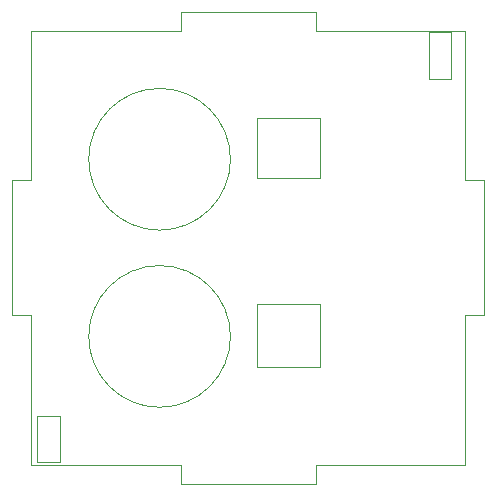
<source format=gbr>
%TF.GenerationSoftware,KiCad,Pcbnew,(5.1.10)-1*%
%TF.CreationDate,2022-01-02T17:44:00+01:00*%
%TF.ProjectId,3DESPWroverB,33444553-5057-4726-9f76-6572422e6b69,rev?*%
%TF.SameCoordinates,Original*%
%TF.FileFunction,Profile,NP*%
%FSLAX46Y46*%
G04 Gerber Fmt 4.6, Leading zero omitted, Abs format (unit mm)*
G04 Created by KiCad (PCBNEW (5.1.10)-1) date 2022-01-02 17:44:00*
%MOMM*%
%LPD*%
G01*
G04 APERTURE LIST*
%TA.AperFunction,Profile*%
%ADD10C,0.050000*%
%TD*%
%TA.AperFunction,Profile*%
%ADD11C,0.020000*%
%TD*%
G04 APERTURE END LIST*
D10*
X157759400Y-62230000D02*
X152425400Y-62230000D01*
X152425400Y-67564000D02*
X157759400Y-67564000D01*
X157759400Y-67564000D02*
X157759400Y-62230000D01*
X152425400Y-62230000D02*
X152425400Y-67564000D01*
X157759400Y-46482000D02*
X152425400Y-46482000D01*
X157759400Y-51562000D02*
X157759400Y-46482000D01*
X152425400Y-51562000D02*
X157759400Y-51562000D01*
X152425400Y-46482000D02*
X152425400Y-51562000D01*
D11*
X133781800Y-71678800D02*
X133781800Y-75615800D01*
X135712200Y-71678800D02*
X135712200Y-75615800D01*
X133781800Y-71678800D02*
X135712200Y-71678800D01*
X135712200Y-75615800D02*
X133781800Y-75615800D01*
X168884600Y-43129200D02*
X166954200Y-43129200D01*
X168884600Y-39192200D02*
X168884600Y-43129200D01*
X166954200Y-39192200D02*
X168884600Y-39192200D01*
X166954200Y-39192200D02*
X166954200Y-43129200D01*
X170053000Y-67444001D02*
X170053000Y-71444000D01*
X170053000Y-43444001D02*
X170053000Y-47444001D01*
X161678000Y-39069001D02*
X165678000Y-39069001D01*
X137678001Y-39069001D02*
X141678001Y-39069001D01*
X133303001Y-47444001D02*
X133303001Y-43444001D01*
X133303001Y-71444000D02*
X133303001Y-67444001D01*
X137678001Y-75819000D02*
X141678001Y-75819000D01*
X161678000Y-75819000D02*
X165678000Y-75819000D01*
X145963716Y-37444001D02*
X157392286Y-37444001D01*
X145963716Y-39069001D02*
X145963716Y-37444001D01*
X133303001Y-43444001D02*
X133303001Y-39069001D01*
X133303001Y-39069001D02*
X137678001Y-39069001D01*
X133303001Y-51729715D02*
X133303001Y-47444001D01*
X157392286Y-39069001D02*
X161678000Y-39069001D01*
X131678001Y-63158286D02*
X131678001Y-51729715D01*
X131678001Y-51729715D02*
X133303001Y-51729715D01*
X141678001Y-39069001D02*
X145963716Y-39069001D01*
X157392286Y-37444001D02*
X157392286Y-39069001D01*
X133303001Y-67444001D02*
X133303001Y-63158286D01*
X170053000Y-51729715D02*
X171678000Y-51729715D01*
X137678001Y-75819000D02*
X133303001Y-75819000D01*
X145963715Y-75819000D02*
X141678001Y-75819000D01*
X157392286Y-77444000D02*
X145963715Y-77444000D01*
X161678000Y-75819000D02*
X157392286Y-75819000D01*
X171678000Y-51729715D02*
X171678000Y-63158286D01*
X171678000Y-63158286D02*
X170078000Y-63158287D01*
X170053000Y-47444001D02*
X170053000Y-51729715D01*
X170053000Y-39069001D02*
X170053000Y-43444001D01*
X170053000Y-75819000D02*
X165678000Y-75819000D01*
X170053000Y-63158287D02*
X170053000Y-67444001D01*
X165678000Y-39069001D02*
X170053000Y-39069001D01*
X145963715Y-77444000D02*
X145963715Y-75819000D01*
X170053000Y-71444000D02*
X170053000Y-75819000D01*
X133303001Y-63158286D02*
X131678001Y-63158286D01*
X157392286Y-75819000D02*
X157392286Y-77444000D01*
X170078000Y-63158287D02*
X170053000Y-63158287D01*
X133303001Y-75819000D02*
X133303001Y-71444000D01*
X150178001Y-49944001D02*
G75*
G03*
X150178001Y-49944001I-6000000J0D01*
G01*
X150178001Y-64944001D02*
G75*
G03*
X150178001Y-64944001I-6000000J0D01*
G01*
M02*

</source>
